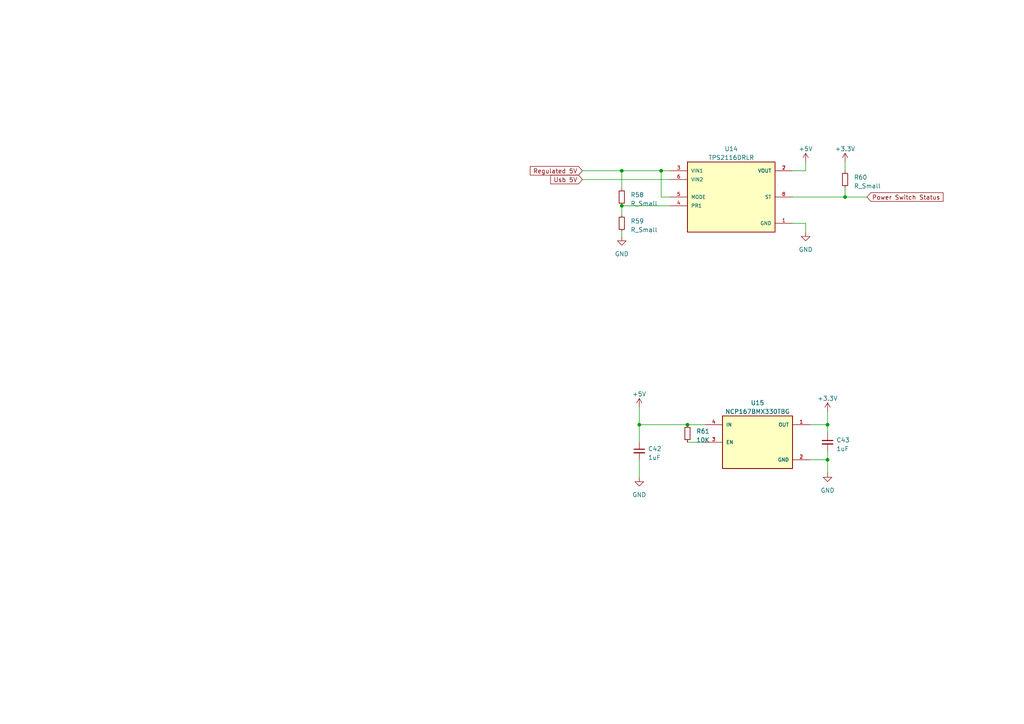
<source format=kicad_sch>
(kicad_sch (version 20230121) (generator eeschema)
  (paper "A4")
  (lib_symbols
    (symbol "Device:C_Small" (pin_numbers hide) (pin_names (offset 0.254) hide)
      (property "Reference" "C" (at 0.254 1.778 0))
      (property "Value" "C_Small" (at 0.254 -2.032 0))
      (symbol "C_Small_0_1"
        (polyline (pts (xy -1.524 -0.508) (xy 1.524 -0.508)) (stroke (width 0.3302)))
        (polyline (pts (xy -1.524 0.508) (xy 1.524 0.508)) (stroke (width 0.3048)))
      )
      (symbol "C_Small_1_1"
        (pin passive line (at 0 2.54 270) (length 2.032) (name "~") (number "1"))
        (pin passive line (at 0 -2.54 90) (length 2.032) (name "~") (number "2"))
      )
    )
    (symbol "Device:R_Small" (pin_numbers hide) (pin_names (offset 0.254) hide)
      (property "Reference" "R" (at 0.762 0.508 0))
      (property "Value" "R_Small" (at 0.762 -1.016 0))
      (symbol "R_Small_0_1"
        (rectangle (start -0.762 1.778) (end 0.762 -1.778) (stroke (width 0.2032)))
      )
      (symbol "R_Small_1_1"
        (pin passive line (at 0 2.54 270) (length 0.762) (name "~") (number "1"))
        (pin passive line (at 0 -2.54 90) (length 0.762) (name "~") (number "2"))
      )
    )
    (symbol "MyLibrary:NCP167BMX330TBG" (pin_names (offset 1.016))
      (property "Reference" "U" (at -10.1639 8.8979 0))
      (property "Value" "NCP167BMX330TBG" (at -10.1614 -10.1627 0))
      (symbol "NCP167BMX330TBG_0_0"
        (rectangle (start -10.16 -7.62) (end 10.16 7.62) (stroke (width 0.254)) (fill (type background)))
        (pin output line (at 15.24 5.08 180) (length 5.08) (name "OUT") (number "1"))
        (pin power_in line (at 15.24 -5.08 180) (length 5.08) (name "GND") (number "2"))
        (pin input line (at -15.24 0 0) (length 5.08) (name "EN") (number "3"))
        (pin input line (at -15.24 5.08 0) (length 5.08) (name "IN") (number "4"))
        (pin power_in line (at 15.24 -5.08 180) (length 5.08) hide (name "EPAD") (number "5"))
      )
    )
    (symbol "MyLibrary:TPS2116DRLR" (pin_names (offset 1.016))
      (property "Reference" "U" (at -12.7 11.049 0))
      (property "Value" "TPS2116DRLR" (at -12.7 -12.7 0))
      (symbol "TPS2116DRLR_0_0"
        (rectangle (start -12.7 -10.16) (end 12.7 10.16) (stroke (width 0.254)) (fill (type background)))
        (pin power_in line (at 17.78 -7.62 180) (length 5.08) (name "GND") (number "1"))
        (pin output line (at 17.78 7.62 180) (length 5.08) (name "VOUT") (number "2"))
        (pin input line (at -17.78 7.62 0) (length 5.08) (name "VIN1") (number "3"))
        (pin input line (at -17.78 -2.54 0) (length 5.08) (name "PR1") (number "4"))
        (pin input line (at -17.78 0 0) (length 5.08) (name "MODE") (number "5"))
        (pin input line (at -17.78 5.08 0) (length 5.08) (name "VIN2") (number "6"))
        (pin output line (at 17.78 7.62 180) (length 5.08) (name "VOUT") (number "7"))
        (pin output line (at 17.78 0 180) (length 5.08) (name "ST") (number "8"))
      )
    )
    (symbol "power:+3.3V" (power) (pin_names (offset 0))
      (property "Value" "+3.3V" (at 0 3.556 0))
      (symbol "+3.3V_0_1"
        (polyline (pts (xy -0.762 1.27) (xy 0 2.54)))
        (polyline (pts (xy 0 0) (xy 0 2.54)))
        (polyline (pts (xy 0 2.54) (xy 0.762 1.27)))
      )
      (symbol "+3.3V_1_1"
        (pin power_in line (at 0 0 90) (length 0) hide (name "+3.3V") (number "1"))
      )
    )
    (symbol "power:+5V" (power) (pin_names (offset 0))
      (property "Value" "+5V" (at 0 3.556 0))
      (symbol "+5V_0_1"
        (polyline (pts (xy -0.762 1.27) (xy 0 2.54)))
        (polyline (pts (xy 0 0) (xy 0 2.54)))
        (polyline (pts (xy 0 2.54) (xy 0.762 1.27)))
      )
      (symbol "+5V_1_1"
        (pin power_in line (at 0 0 90) (length 0) hide (name "+5V") (number "1"))
      )
    )
    (symbol "power:GND" (power) (pin_names (offset 0))
      (property "Value" "GND" (at 0 -3.81 0))
      (symbol "GND_0_1"
        (polyline (pts (xy 0 0) (xy 0 -1.27) (xy 1.27 -1.27) (xy 0 -2.54) (xy -1.27 -1.27) (xy 0 -1.27)))
      )
      (symbol "GND_1_1"
        (pin power_in line (at 0 0 270) (length 0) hide (name "GND") (number "1"))
      )
    )
  )
  (junction (at 245.11 57.15))
  (junction (at 199.39 123.19))
  (junction (at 240.03 123.19))
  (junction (at 191.77 49.53))
  (junction (at 180.34 59.69))
  (junction (at 240.03 133.35))
  (junction (at 180.34 49.53))
  (junction (at 185.42 123.19))
  (wire (pts (xy 180.34 49.53) (xy 180.34 54.61)))
  (wire (pts (xy 185.42 133.35) (xy 185.42 138.43)))
  (wire (pts (xy 234.95 133.35) (xy 240.03 133.35)))
  (wire (pts (xy 168.91 49.53) (xy 180.34 49.53)))
  (wire (pts (xy 191.77 57.15) (xy 191.77 49.53)))
  (wire (pts (xy 199.39 123.19) (xy 204.47 123.19)))
  (wire (pts (xy 233.68 64.77) (xy 233.68 67.31)))
  (wire (pts (xy 245.11 54.61) (xy 245.11 57.15)))
  (wire (pts (xy 245.11 57.15) (xy 251.46 57.15)))
  (wire (pts (xy 180.34 49.53) (xy 191.77 49.53)))
  (wire (pts (xy 180.34 59.69) (xy 194.31 59.69)))
  (wire (pts (xy 229.87 49.53) (xy 233.68 49.53)))
  (wire (pts (xy 185.42 128.27) (xy 185.42 123.19)))
  (wire (pts (xy 240.03 123.19) (xy 240.03 119.38)))
  (wire (pts (xy 240.03 133.35) (xy 240.03 137.16)))
  (wire (pts (xy 240.03 123.19) (xy 240.03 125.73)))
  (wire (pts (xy 180.34 67.31) (xy 180.34 68.58)))
  (wire (pts (xy 234.95 123.19) (xy 240.03 123.19)))
  (wire (pts (xy 168.91 52.07) (xy 194.31 52.07)))
  (wire (pts (xy 194.31 57.15) (xy 191.77 57.15)))
  (wire (pts (xy 245.11 46.99) (xy 245.11 49.53)))
  (wire (pts (xy 240.03 130.81) (xy 240.03 133.35)))
  (wire (pts (xy 229.87 57.15) (xy 245.11 57.15)))
  (wire (pts (xy 229.87 64.77) (xy 233.68 64.77)))
  (wire (pts (xy 233.68 49.53) (xy 233.68 46.99)))
  (wire (pts (xy 185.42 118.11) (xy 185.42 123.19)))
  (wire (pts (xy 199.39 128.27) (xy 204.47 128.27)))
  (wire (pts (xy 180.34 59.69) (xy 180.34 62.23)))
  (wire (pts (xy 191.77 49.53) (xy 194.31 49.53)))
  (wire (pts (xy 185.42 123.19) (xy 199.39 123.19)))
  (global_label "Usb 5V" (shape input) (at 168.91 52.07 180) (property "Intersheetrefs" "${INTERSHEET_REFS}" (effects hide)))
  (global_label "Power Switch Status" (shape input) (at 251.46 57.15 0) (property "Intersheetrefs" "${INTERSHEET_REFS}" (effects hide)))
  (global_label "Regulated 5V" (shape input) (at 168.91 49.53 180) (property "Intersheetrefs" "${INTERSHEET_REFS}" (effects hide)))
  (symbol (lib_id "MyLibrary:TPS2116DRLR") (at 212.09 57.15 0) (unit 1)
    (property "Reference" "U14" (at 212.09 43.18 0))
    (property "Value" "TPS2116DRLR" (at 212.09 45.72 0))
    (property "Footprint" "MyKiCadLibraries:SOTFL50P160X60-8N" (effects hide))
    (property "PARTREV" "A" (effects hide))
    (property "STANDARD" "IPC 7351B" (effects hide))
    (property "MAXIMUM_PACKAGE_HEIGHT" "0.6 mm" (effects hide))
    (property "MANUFACTURER" "Texas Instruments" (effects hide))
  )
  (symbol (lib_id "Device:C_Small") (at 185.42 130.81 0) (unit 1)
    (property "Reference" "C42" (at 187.96 130.1813 0) (effects (justify left)))
    (property "Value" "1uF" (at 187.96 132.7213 0) (effects (justify left)))
    (property "Footprint" "Capacitor_SMD:C_0603_1608Metric_Pad1.08x0.95mm_HandSolder" (effects hide))
  )
  (symbol (lib_id "power:+3.3V") (at 240.03 119.38 0) (unit 1)
    (property "Reference" "#PWR039" (effects hide))
    (property "Value" "+3.3V" (at 240.03 115.57 0))
    (instances (project "Power Module Rev 5" (path "" (reference "#PWR039") (unit 1)) (path "" (reference "#PWR065") (unit 1))))
  )
  (symbol (lib_id "MyLibrary:NCP167BMX330TBG") (at 219.71 128.27 0) (unit 1)
    (property "Reference" "U15" (at 219.71 116.84 0))
    (property "Value" "NCP167BMX330TBG" (at 219.71 119.38 0))
    (property "Footprint" "Package_DFN_QFN:OnSemi_XDFN4-1EP_1.0x1.0mm_EP0.52x0.52mm" (effects hide))
    (property "PARTREV" "5" (effects hide))
    (property "STANDARD" "Manufacturer Recommendations" (effects hide))
    (property "MAXIMUM_PACKAGE_HEIGHT" "0.43 mm" (effects hide))
    (property "MANUFACTURER" "Onsemi" (effects hide))
  )
  (symbol (lib_id "power:GND") (at 240.03 137.16 0) (unit 1)
    (property "Reference" "#PWR044" (effects hide))
    (property "Value" "GND" (at 240.03 142.24 0))
    (instances (project "Power Module Rev 5" (path "" (reference "#PWR044") (unit 1)) (path "" (reference "#PWR066") (unit 1))))
  )
  (symbol (lib_id "Device:R_Small") (at 180.34 57.15 0) (unit 1)
    (property "Reference" "R58" (at 182.88 56.515 0) (effects (justify left)))
    (property "Value" "R_Small" (at 182.88 59.055 0) (effects (justify left)))
    (property "Footprint" "Resistor_SMD:R_0603_1608Metric_Pad0.98x0.95mm_HandSolder" (effects hide))
  )
  (symbol (lib_id "power:GND") (at 185.42 138.43 0) (unit 1)
    (property "Reference" "#PWR044" (effects hide))
    (property "Value" "GND" (at 185.42 143.51 0))
    (instances (project "Power Module Rev 5" (path "" (reference "#PWR044") (unit 1)) (path "" (reference "#PWR067") (unit 1))))
  )
  (symbol (lib_id "Device:C_Small") (at 240.03 128.27 0) (unit 1)
    (property "Reference" "C43" (at 242.57 127.6413 0) (effects (justify left)))
    (property "Value" "1uF" (at 242.57 130.1813 0) (effects (justify left)))
    (property "Footprint" "Capacitor_SMD:C_0603_1608Metric_Pad1.08x0.95mm_HandSolder" (effects hide))
  )
  (symbol (lib_id "Device:R_Small") (at 180.34 64.77 0) (unit 1)
    (property "Reference" "R59" (at 182.88 64.135 0) (effects (justify left)))
    (property "Value" "R_Small" (at 182.88 66.675 0) (effects (justify left)))
    (property "Footprint" "Resistor_SMD:R_0603_1608Metric_Pad0.98x0.95mm_HandSolder" (effects hide))
  )
  (symbol (lib_id "Device:R_Small") (at 199.39 125.73 0) (unit 1)
    (property "Reference" "R61" (at 201.93 125.095 0) (effects (justify left)))
    (property "Value" "10K" (at 201.93 127.635 0) (effects (justify left)))
    (property "Footprint" "Resistor_SMD:R_0603_1608Metric_Pad0.98x0.95mm_HandSolder" (effects hide))
  )
  (symbol (lib_id "Device:R_Small") (at 245.11 52.07 0) (unit 1)
    (property "Reference" "R60" (at 247.65 51.435 0) (effects (justify left)))
    (property "Value" "R_Small" (at 247.65 53.975 0) (effects (justify left)))
    (property "Footprint" "Resistor_SMD:R_0603_1608Metric_Pad0.98x0.95mm_HandSolder" (effects hide))
  )
  (symbol (lib_id "power:GND") (at 180.34 68.58 0) (unit 1)
    (property "Reference" "#PWR044" (effects hide))
    (property "Value" "GND" (at 180.34 73.66 0))
    (instances (project "Power Module Rev 5" (path "" (reference "#PWR044") (unit 1)) (path "" (reference "#PWR062") (unit 1))))
  )
  (symbol (lib_id "power:+5V") (at 233.68 46.99 0) (unit 1)
    (property "Reference" "#PWR017" (effects hide))
    (property "Value" "+5V" (at 233.68 43.18 0))
    (instances (project "Power Module Rev 5" (path "" (reference "#PWR017") (unit 1)) (path "" (reference "#PWR060") (unit 1))))
  )
  (symbol (lib_id "power:+5V") (at 185.42 118.11 0) (unit 1)
    (property "Reference" "#PWR017" (effects hide))
    (property "Value" "+5V" (at 185.42 114.3 0))
    (instances (project "Power Module Rev 5" (path "" (reference "#PWR017") (unit 1)) (path "" (reference "#PWR064") (unit 1))))
  )
  (symbol (lib_id "power:GND") (at 233.68 67.31 0) (unit 1)
    (property "Reference" "#PWR044" (effects hide))
    (property "Value" "GND" (at 233.68 72.39 0))
    (instances (project "Power Module Rev 5" (path "" (reference "#PWR044") (unit 1)) (path "" (reference "#PWR061") (unit 1))))
  )
  (symbol (lib_id "power:+3.3V") (at 245.11 46.99 0) (unit 1)
    (property "Reference" "#PWR039" (effects hide))
    (property "Value" "+3.3V" (at 245.11 43.18 0))
    (instances (project "Power Module Rev 5" (path "" (reference "#PWR039") (unit 1)) (path "" (reference "#PWR063") (unit 1))))
  )
)
</source>
